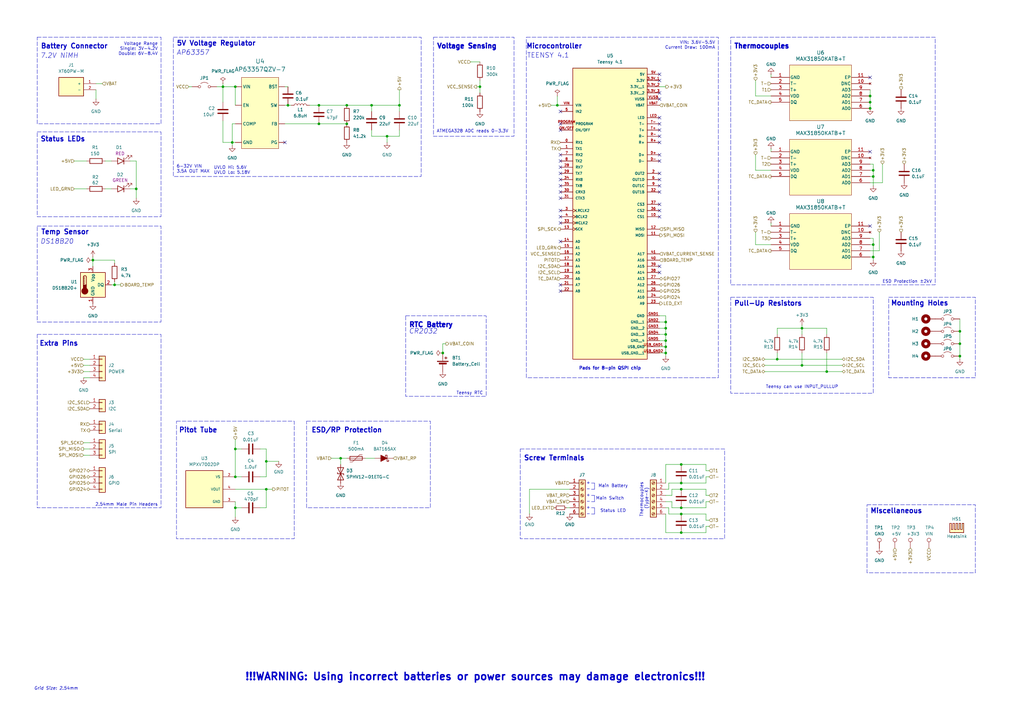
<source format=kicad_sch>
(kicad_sch (version 20231120) (generator "eeschema") (generator_version "8.0")
  (paper "A3")
  (title_block (title "VULCAN") (date "5/6/2024") (rev "0") (comment 4 "Luca Beretta"))
  (junction (at 279.4 198.12))
  (junction (at 279.4 208.28))
  (junction (at 279.4 218.44))
  (junction (at 130.81 50.8))
  (junction (at 38.1 106.68))
  (junction (at 163.83 43.18))
  (junction (at 109.22 200.66))
  (junction (at 46.99 116.84))
  (junction (at 273.05 144.78))
  (junction (at 339.09 152.4))
  (junction (at 318.77 147.32))
  (junction (at 279.4 190.5))
  (junction (at 139.7 187.96))
  (junction (at 328.93 149.86))
  (junction (at 158.75 55.88))
  (junction (at 91.44 35.56))
  (junction (at 279.4 200.66))
  (junction (at 358.14 100.33))
  (junction (at 358.14 69.85))
  (junction (at 142.24 50.8))
  (junction (at 96.52 208.28))
  (junction (at 356.87 44.45))
  (junction (at 142.24 43.18))
  (junction (at 55.88 77.47))
  (junction (at 358.14 72.39))
  (junction (at 118.11 43.18))
  (junction (at 130.81 43.18))
  (junction (at 96.52 195.58))
  (junction (at 228.6 43.18))
  (junction (at 356.87 41.91))
  (junction (at 96.52 35.56))
  (junction (at 356.87 39.37))
  (junction (at 95.25 58.42))
  (junction (at 273.05 139.7))
  (junction (at 393.7 146.05))
  (junction (at 273.05 137.16))
  (junction (at 358.14 105.41))
  (junction (at 109.22 189.23))
  (junction (at 196.85 35.56))
  (junction (at 181.61 144.78))
  (junction (at 393.7 140.97))
  (junction (at 273.05 132.08))
  (junction (at 393.7 135.89))
  (junction (at 273.05 134.62))
  (junction (at 328.93 134.62))
  (junction (at 96.52 184.15))
  (junction (at 273.05 142.24))
  (junction (at 279.4 210.82))
  (junction (at 152.4 43.18))
  (no_connect (at 229.87 53.34))
  (no_connect (at 270.51 30.48))
  (no_connect (at 270.51 40.64))
  (no_connect (at 270.51 78.74))
  (no_connect (at 270.51 86.36))
  (no_connect (at 229.87 88.9))
  (no_connect (at 229.87 99.06))
  (no_connect (at 229.87 50.8))
  (no_connect (at 229.87 73.66))
  (no_connect (at 270.51 53.34))
  (no_connect (at 356.87 31.75))
  (no_connect (at 229.87 68.58))
  (no_connect (at 229.87 81.28))
  (no_connect (at 356.87 92.71))
  (no_connect (at 270.51 111.76))
  (no_connect (at 229.87 66.04))
  (no_connect (at 229.87 63.5))
  (no_connect (at 270.51 109.22))
  (no_connect (at 270.51 33.02))
  (no_connect (at 116.84 58.42))
  (no_connect (at 270.51 55.88))
  (no_connect (at 229.87 76.2))
  (no_connect (at 229.87 78.74))
  (no_connect (at 229.87 45.72))
  (no_connect (at 270.51 88.9))
  (no_connect (at 270.51 58.42))
  (no_connect (at 270.51 50.8))
  (no_connect (at 356.87 62.23))
  (no_connect (at 270.51 48.26))
  (no_connect (at 229.87 119.38))
  (no_connect (at 270.51 38.1))
  (no_connect (at 270.51 76.2))
  (no_connect (at 270.51 73.66))
  (no_connect (at 270.51 66.04))
  (no_connect (at 270.51 83.82))
  (no_connect (at 229.87 71.12))
  (no_connect (at 270.51 63.5))
  (no_connect (at 229.87 116.84))
  (no_connect (at 270.51 71.12))
  (no_connect (at 229.87 86.36))
  (no_connect (at 229.87 91.44))
  (wire (pts (xy 77.47 35.56) (xy 78.74 35.56)))
  (wire (pts (xy 356.87 97.79) (xy 358.14 97.79)))
  (wire (pts (xy 274.32 210.82) (xy 279.4 210.82)))
  (wire (pts (xy 43.18 77.47) (xy 45.72 77.47)))
  (wire (pts (xy 356.87 100.33) (xy 358.14 100.33)))
  (polyline (pts (xy 243.84 198.12) (xy 243.84 200.66)))
  (wire (pts (xy 226.06 43.18) (xy 228.6 43.18)))
  (wire (pts (xy 53.34 77.47) (xy 55.88 77.47)))
  (wire (pts (xy 130.81 43.18) (xy 142.24 43.18)))
  (wire (pts (xy 34.29 186.69) (xy 36.83 186.69)))
  (wire (pts (xy 318.77 144.78) (xy 318.77 147.32)))
  (wire (pts (xy 38.1 105.41) (xy 38.1 106.68)))
  (wire (pts (xy 91.44 58.42) (xy 95.25 58.42)))
  (wire (pts (xy 34.29 152.4) (xy 36.83 152.4)))
  (wire (pts (xy 273.05 129.54) (xy 273.05 132.08)))
  (wire (pts (xy 34.29 181.61) (xy 36.83 181.61)))
  (wire (pts (xy 289.56 210.82) (xy 279.4 210.82)))
  (wire (pts (xy 270.51 137.16) (xy 273.05 137.16)))
  (wire (pts (xy 309.88 33.02) (xy 309.88 39.37)))
  (wire (pts (xy 163.83 55.88) (xy 158.75 55.88)))
  (wire (pts (xy 116.84 43.18) (xy 118.11 43.18)))
  (wire (pts (xy 273.05 137.16) (xy 273.05 139.7)))
  (wire (pts (xy 318.77 134.62) (xy 328.93 134.62)))
  (wire (pts (xy 356.87 67.31) (xy 358.14 67.31)))
  (wire (pts (xy 356.87 105.41) (xy 358.14 105.41)))
  (wire (pts (xy 193.04 25.4) (xy 196.85 25.4)))
  (wire (pts (xy 99.06 208.28) (xy 96.52 208.28)))
  (wire (pts (xy 152.4 55.88) (xy 152.4 53.34)))
  (wire (pts (xy 309.88 95.25) (xy 309.88 100.33)))
  (wire (pts (xy 55.88 66.04) (xy 55.88 77.47)))
  (wire (pts (xy 316.23 60.96) (xy 316.23 62.23)))
  (wire (pts (xy 34.29 147.32) (xy 36.83 147.32)))
  (polyline (pts (xy 242.57 210.82) (xy 243.84 210.82)))
  (wire (pts (xy 289.56 203.2) (xy 289.56 200.66)))
  (wire (pts (xy 328.93 144.78) (xy 328.93 149.86)))
  (wire (pts (xy 116.84 35.56) (xy 118.11 35.56)))
  (wire (pts (xy 130.81 50.8) (xy 142.24 50.8)))
  (wire (pts (xy 273.05 218.44) (xy 279.4 218.44)))
  (wire (pts (xy 158.75 55.88) (xy 152.4 55.88)))
  (wire (pts (xy 270.51 129.54) (xy 273.05 129.54)))
  (wire (pts (xy 38.1 106.68) (xy 38.1 109.22)))
  (wire (pts (xy 289.56 208.28) (xy 279.4 208.28)))
  (wire (pts (xy 270.51 142.24) (xy 273.05 142.24)))
  (wire (pts (xy 273.05 132.08) (xy 273.05 134.62)))
  (polyline (pts (xy 242.57 205.74) (xy 243.84 205.74)))
  (wire (pts (xy 316.23 91.44) (xy 316.23 92.71)))
  (wire (pts (xy 34.29 154.94) (xy 36.83 154.94)))
  (wire (pts (xy 181.61 140.97) (xy 181.61 144.78)))
  (wire (pts (xy 273.05 218.44) (xy 273.05 210.82)))
  (wire (pts (xy 91.44 49.53) (xy 91.44 58.42)))
  (wire (pts (xy 158.75 58.42) (xy 158.75 55.88)))
  (wire (pts (xy 182.88 140.97) (xy 181.61 140.97)))
  (wire (pts (xy 53.34 66.04) (xy 55.88 66.04)))
  (wire (pts (xy 273.05 146.05) (xy 273.05 144.78)))
  (wire (pts (xy 289.56 195.58) (xy 289.56 198.12)))
  (wire (pts (xy 106.68 184.15) (xy 109.22 184.15)))
  (wire (pts (xy 290.83 205.74) (xy 289.56 205.74)))
  (wire (pts (xy 273.05 142.24) (xy 273.05 144.78)))
  (wire (pts (xy 109.22 189.23) (xy 114.3 189.23)))
  (polyline (pts (xy 243.84 203.2) (xy 243.84 205.74)))
  (wire (pts (xy 289.56 213.36) (xy 289.56 210.82)))
  (wire (pts (xy 339.09 144.78) (xy 339.09 152.4)))
  (wire (pts (xy 358.14 100.33) (xy 358.14 105.41)))
  (wire (pts (xy 289.56 198.12) (xy 279.4 198.12)))
  (wire (pts (xy 109.22 208.28) (xy 109.22 200.66)))
  (wire (pts (xy 393.7 140.97) (xy 393.7 146.05)))
  (wire (pts (xy 358.14 69.85) (xy 358.14 72.39)))
  (wire (pts (xy 96.52 200.66) (xy 109.22 200.66)))
  (wire (pts (xy 289.56 200.66) (xy 279.4 200.66)))
  (wire (pts (xy 109.22 208.28) (xy 106.68 208.28)))
  (wire (pts (xy 309.88 69.85) (xy 316.23 69.85)))
  (wire (pts (xy 91.44 35.56) (xy 96.52 35.56)))
  (wire (pts (xy 356.87 72.39) (xy 358.14 72.39)))
  (wire (pts (xy 274.32 198.12) (xy 279.4 198.12)))
  (wire (pts (xy 217.17 200.66) (xy 233.68 200.66)))
  (wire (pts (xy 96.52 50.8) (xy 95.25 50.8)))
  (wire (pts (xy 149.86 187.96) (xy 153.67 187.96)))
  (wire (pts (xy 275.59 200.66) (xy 279.4 200.66)))
  (wire (pts (xy 95.25 58.42) (xy 96.52 58.42)))
  (wire (pts (xy 356.87 36.83) (xy 356.87 39.37)))
  (wire (pts (xy 316.23 30.48) (xy 316.23 31.75)))
  (wire (pts (xy 39.37 34.29) (xy 41.91 34.29)))
  (wire (pts (xy 358.14 67.31) (xy 358.14 69.85)))
  (wire (pts (xy 309.88 39.37) (xy 316.23 39.37)))
  (wire (pts (xy 328.93 133.35) (xy 328.93 134.62)))
  (wire (pts (xy 30.48 77.47) (xy 35.56 77.47)))
  (wire (pts (xy 356.87 39.37) (xy 356.87 41.91)))
  (wire (pts (xy 328.93 134.62) (xy 339.09 134.62)))
  (wire (pts (xy 290.83 215.9) (xy 289.56 215.9)))
  (wire (pts (xy 142.24 43.18) (xy 152.4 43.18)))
  (wire (pts (xy 289.56 190.5) (xy 279.4 190.5)))
  (wire (pts (xy 273.05 134.62) (xy 273.05 137.16)))
  (wire (pts (xy 270.51 139.7) (xy 273.05 139.7)))
  (wire (pts (xy 358.14 97.79) (xy 358.14 100.33)))
  (wire (pts (xy 163.83 36.83) (xy 163.83 43.18)))
  (wire (pts (xy 96.52 208.28) (xy 96.52 212.09)))
  (wire (pts (xy 96.52 184.15) (xy 99.06 184.15)))
  (wire (pts (xy 30.48 66.04) (xy 35.56 66.04)))
  (wire (pts (xy 163.83 45.72) (xy 163.83 43.18)))
  (wire (pts (xy 116.84 50.8) (xy 130.81 50.8)))
  (wire (pts (xy 195.58 35.56) (xy 196.85 35.56)))
  (wire (pts (xy 273.05 35.56) (xy 270.51 35.56)))
  (wire (pts (xy 274.32 208.28) (xy 274.32 210.82)))
  (wire (pts (xy 109.22 200.66) (xy 111.76 200.66)))
  (wire (pts (xy 393.7 147.32) (xy 393.7 146.05)))
  (wire (pts (xy 139.7 187.96) (xy 142.24 187.96)))
  (wire (pts (xy 139.7 187.96) (xy 135.89 187.96)))
  (wire (pts (xy 339.09 137.16) (xy 339.09 134.62)))
  (wire (pts (xy 45.72 116.84) (xy 46.99 116.84)))
  (wire (pts (xy 274.32 198.12) (xy 274.32 200.66)))
  (wire (pts (xy 127 43.18) (xy 130.81 43.18)))
  (wire (pts (xy 361.95 67.31) (xy 361.95 74.93)))
  (wire (pts (xy 88.9 35.56) (xy 91.44 35.56)))
  (wire (pts (xy 313.69 149.86) (xy 328.93 149.86)))
  (wire (pts (xy 46.99 115.57) (xy 46.99 116.84)))
  (wire (pts (xy 313.69 147.32) (xy 318.77 147.32)))
  (wire (pts (xy 393.7 135.89) (xy 393.7 140.97)))
  (wire (pts (xy 43.18 66.04) (xy 45.72 66.04)))
  (wire (pts (xy 96.52 43.18) (xy 96.52 35.56)))
  (wire (pts (xy 313.69 152.4) (xy 339.09 152.4)))
  (wire (pts (xy 290.83 203.2) (xy 289.56 203.2)))
  (wire (pts (xy 46.99 107.95) (xy 46.99 106.68)))
  (wire (pts (xy 358.14 72.39) (xy 358.14 76.2)))
  (wire (pts (xy 96.52 205.74) (xy 96.52 208.28)))
  (wire (pts (xy 274.32 200.66) (xy 273.05 200.66)))
  (wire (pts (xy 289.56 205.74) (xy 289.56 208.28)))
  (wire (pts (xy 96.52 184.15) (xy 96.52 195.58)))
  (wire (pts (xy 290.83 213.36) (xy 289.56 213.36)))
  (wire (pts (xy 275.59 205.74) (xy 273.05 205.74)))
  (wire (pts (xy 273.05 144.78) (xy 270.51 144.78)))
  (wire (pts (xy 275.59 205.74) (xy 275.59 208.28)))
  (wire (pts (xy 289.56 218.44) (xy 279.4 218.44)))
  (wire (pts (xy 309.88 63.5) (xy 309.88 69.85)))
  (wire (pts (xy 328.93 149.86) (xy 345.44 149.86)))
  (wire (pts (xy 152.4 43.18) (xy 163.83 43.18)))
  (wire (pts (xy 152.4 45.72) (xy 152.4 43.18)))
  (wire (pts (xy 270.51 134.62) (xy 273.05 134.62)))
  (polyline (pts (xy 242.57 208.28) (xy 243.84 208.28)))
  (wire (pts (xy 360.68 102.87) (xy 356.87 102.87)))
  (wire (pts (xy 95.25 50.8) (xy 95.25 58.42)))
  (wire (pts (xy 309.88 100.33) (xy 316.23 100.33)))
  (wire (pts (xy 196.85 35.56) (xy 196.85 38.1)))
  (wire (pts (xy 228.6 43.18) (xy 229.87 43.18)))
  (wire (pts (xy 139.7 187.96) (xy 139.7 190.5)))
  (wire (pts (xy 163.83 53.34) (xy 163.83 55.88)))
  (wire (pts (xy 38.1 106.68) (xy 46.99 106.68)))
  (wire (pts (xy 275.59 208.28) (xy 279.4 208.28)))
  (wire (pts (xy 270.51 132.08) (xy 273.05 132.08)))
  (wire (pts (xy 289.56 193.04) (xy 289.56 190.5)))
  (wire (pts (xy 34.29 149.86) (xy 36.83 149.86)))
  (wire (pts (xy 339.09 152.4) (xy 345.44 152.4)))
  (wire (pts (xy 273.05 208.28) (xy 274.32 208.28)))
  (wire (pts (xy 356.87 69.85) (xy 358.14 69.85)))
  (wire (pts (xy 99.06 195.58) (xy 96.52 195.58)))
  (wire (pts (xy 109.22 189.23) (xy 109.22 195.58)))
  (wire (pts (xy 196.85 33.02) (xy 196.85 35.56)))
  (wire (pts (xy 361.95 74.93) (xy 356.87 74.93)))
  (wire (pts (xy 232.41 208.28) (xy 233.68 208.28)))
  (wire (pts (xy 109.22 184.15) (xy 109.22 189.23)))
  (wire (pts (xy 118.11 43.18) (xy 119.38 43.18)))
  (wire (pts (xy 318.77 147.32) (xy 345.44 147.32)))
  (wire (pts (xy 290.83 193.04) (xy 289.56 193.04)))
  (wire (pts (xy 217.17 210.82) (xy 217.17 200.66)))
  (wire (pts (xy 96.52 180.34) (xy 96.52 184.15)))
  (polyline (pts (xy 243.84 208.28) (xy 243.84 210.82)))
  (wire (pts (xy 91.44 34.29) (xy 91.44 35.56)))
  (wire (pts (xy 393.7 130.81) (xy 393.7 135.89)))
  (wire (pts (xy 273.05 190.5) (xy 273.05 198.12)))
  (wire (pts (xy 273.05 190.5) (xy 279.4 190.5)))
  (wire (pts (xy 275.59 200.66) (xy 275.59 203.2)))
  (wire (pts (xy 273.05 139.7) (xy 273.05 142.24)))
  (polyline (pts (xy 242.57 203.2) (xy 243.84 203.2)))
  (polyline (pts (xy 242.57 200.66) (xy 243.84 200.66)))
  (wire (pts (xy 109.22 195.58) (xy 106.68 195.58)))
  (wire (pts (xy 55.88 81.28) (xy 55.88 77.47)))
  (wire (pts (xy 39.37 36.83) (xy 39.37 40.64)))
  (wire (pts (xy 95.25 59.69) (xy 95.25 58.42)))
  (wire (pts (xy 328.93 134.62) (xy 328.93 137.16)))
  (wire (pts (xy 228.6 39.37) (xy 228.6 43.18)))
  (wire (pts (xy 273.05 203.2) (xy 275.59 203.2)))
  (wire (pts (xy 290.83 195.58) (xy 289.56 195.58)))
  (wire (pts (xy 34.29 184.15) (xy 36.83 184.15)))
  (wire (pts (xy 289.56 215.9) (xy 289.56 218.44)))
  (wire (pts (xy 356.87 41.91) (xy 356.87 44.45)))
  (polyline (pts (xy 242.57 198.12) (xy 243.84 198.12)))
  (wire (pts (xy 91.44 41.91) (xy 91.44 35.56)))
  (wire (pts (xy 360.68 95.25) (xy 360.68 102.87)))
  (wire (pts (xy 46.99 116.84) (xy 49.53 116.84)))
  (wire (pts (xy 358.14 105.41) (xy 358.14 106.68)))
  (wire (pts (xy 318.77 137.16) (xy 318.77 134.62)))
  (rectangle (start 299.72 121.92) (end 358.14 161.29) (stroke (width 0) (type dash)))
  (rectangle (start 15.24 54.102) (end 66.04 88.9) (stroke (width 0) (type dash)))
  (rectangle (start 166.37 129.54) (end 199.39 162.56) (stroke (width 0) (type dash)))
  (rectangle (start 71.12 15.24) (end 172.72 72.39) (stroke (width 0) (type dash)))
  (rectangle (start 213.36 184.15) (end 297.18 220.98) (stroke (width 0) (type dash)))
  (rectangle (start 72.39 172.72) (end 120.65 220.98) (stroke (width 0) (type dash)))
  (rectangle (start 364.49 121.92) (end 400.05 154.94) (stroke (width 0) (type dash)))
  (rectangle (start 15.24 137.16) (end 66.04 208.28) (stroke (width 0) (type dash)))
  (rectangle (start 177.8 15.24) (end 210.82 55.88) (stroke (width 0) (type dash)))
  (rectangle (start 15.24 15.24) (end 66.04 50.8) (stroke (width 0) (type dash)))
  (rectangle (start 15.24 92.71) (end 66.04 132.08) (stroke (width 0) (type dash)))
  (rectangle (start 215.9 15.24) (end 294.64 154.94) (stroke (width 0) (type dash)))
  (rectangle (start 299.72 15.24) (end 383.54 116.84) (stroke (width 0) (type dash)))
  (rectangle (start 125.73 172.72) (end 176.53 208.28) (stroke (width 0) (type dash)))
  (rectangle (start 355.6 207.01) (end 400.05 234.95) (stroke (width 0) (type dash)))
  (text "Temp Sensor\n" (at 26.67 95.25 0) (effects (font (size 2 2) (bold yes))))
  (text "RTC Battery" (at 167.64 133.35 0) (effects (font (size 2 2) (thickness 0.8) (bold yes)) (justify left)))
  (text "-" (at 241.3 210.82 0) (effects (font (size 1.27 1.27))))
  (text "Status LED" (at 251.46 209.55 0) (effects (font (size 1.27 1.27))))
  (text "Microcontroller" (at 227.33 19.05 0) (effects (font (size 2 2) (thickness 0.4) (bold yes))))
  (text "TEENSY 4.1" (at 224.79 22.86 0) (effects (font (size 2 2))))
  (text "Screw Terminals\n" (at 227.33 187.96 0) (effects (font (size 2 2) (bold yes))))
  (text "Pull-Up Resistors" (at 300.99 125.73 0) (effects (font (size 2 2) (thickness 0.4) (bold yes)) (justify left bottom)))
  (text "+" (at 241.3 198.12 0) (effects (font (size 1.27 1.27))))
  (text "7.2V NiMH" (at 16.51 24.13 0) (effects (font (size 2 2) (italic yes)) (justify left bottom)))
  (text "Teensy can use INPUT_PULLUP" (at 328.93 158.75 0) (effects (font (size 1.27 1.27))))
  (text "-" (at 241.3 205.74 0) (effects (font (size 1.27 1.27))))
  (text "UVLO Hi: 5.6V\nUVLO Lo: 5.18V" (at 87.63 69.85 0) (effects (font (size 1.27 1.27)) (justify left)))
  (text "Status LEDs" (at 16.51 57.15 0) (effects (font (size 2 2) (bold yes)) (justify left)))
  (text "Thermocouples \n(Type-K)" (at 264.16 204.47 90) (effects (font (size 1.27 1.27))))
  (text "Mounting Holes" (at 377.19 124.46 0) (effects (font (size 2 2) (bold yes))))
  (text "Voltage Range\nSingle: 3V-4.2V\nDouble: 6V-8.4V" (at 64.77 22.86 0) (effects (font (size 1.27 1.27)) (justify right bottom)))
  (text "Thermocouples" (at 312.42 19.05 0) (effects (font (size 2 2) (thickness 0.8) (bold yes))))
  (text "DS18B20\n" (at 16.51 100.33 0) (effects (font (size 2 2) (italic yes)) (justify left bottom)))
  (text "Pitot Tube" (at 81.28 176.53 0) (effects (font (size 2 2) (bold yes))))
  (text "Teensy RTC" (at 198.12 161.29 0) (effects (font (size 1.27 1.27)) (justify right)))
  (text "Battery Connector" (at 30.48 19.05 0) (effects (font (size 2 2) (bold yes))))
  (text "Grid Size: 2.54mm" (at 13.97 283.21 0) (effects (font (size 1.27 1.27) (italic yes)) (justify left bottom)))
  (text "Main Battery" (at 251.46 199.39 0) (effects (font (size 1.27 1.27))))
  (text "-" (at 241.3 200.66 0) (effects (font (size 1.27 1.27))))
  (text "CR2032\n" (at 167.64 137.16 0) (effects (font (size 2 2) (italic yes)) (justify left bottom)))
  (text "Pads for 8-pin QSPI chip" (at 250.19 151.13 0) (effects (font (size 1.27 1.27) (bold yes))))
  (text "Main Switch\n" (at 250.19 204.47 0) (effects (font (size 1.27 1.27))))
  (text "6-32V VIN\n3.5A OUT MAX" (at 72.39 71.12 0) (effects (font (size 1.27 1.27)) (justify left bottom)))
  (text "Miscellaneous" (at 356.87 210.82 0) (effects (font (size 2 2) (thickness 0.4) (bold yes)) (justify left bottom)))
  (text "Extra Pins" (at 24.13 140.97 0) (effects (font (size 2 2) (bold yes))))
  (text "AP63357\n" (at 72.39 22.86 0) (effects (font (size 2 2) (italic yes)) (justify left bottom)))
  (text "ESD Protection ±2kV" (at 372.11 115.57 0) (effects (font (size 1.27 1.27))))
  (text "2.54mm Male Pin Headers" (at 64.77 207.01 0) (effects (font (size 1.27 1.27)) (justify right)))
  (text "ATMEGA328 ADC reads 0-3.3V" (at 179.07 54.61 0) (effects (font (size 1.27 1.27)) (justify left bottom)))
  (text "Voltage Sensing\n" (at 179.07 19.05 0) (effects (font (size 2 2) (thickness 0.8) (bold yes)) (justify left)))
  (text "VIN: 3.6V-5.5V\nCurrent Draw: 100mA" (at 293.37 20.32 0) (effects (font (size 1.27 1.27)) (justify right bottom)))
  (text "5V Voltage Regulator" (at 72.39 19.05 0) (effects (font (size 2 2) (thickness 0.4) (bold yes)) (justify left bottom)))
  (text "+" (at 241.3 208.28 0) (effects (font (size 1.27 1.27))))
  (text "!!!WARNING: Using incorrect batteries or power sources may damage electronics!!!" (at 100.33 279.4 0) (effects (font (size 3 3) (thickness 0.6) (bold yes)) (justify left bottom)))
  (text "+" (at 241.3 203.2 0) (effects (font (size 1.27 1.27))))
  (text "ESD/RP Protection" (at 142.24 176.53 0) (effects (font (size 2 2) (bold yes))))
  (hierarchical_label "+5V" (shape input) (at 30.48 66.04 180))
  (hierarchical_label "VBAT_COIN" (shape output) (at 182.88 140.97 0))
  (hierarchical_label "+5V" (shape output) (at 163.83 36.83 90))
  (hierarchical_label "LED_EXT" (shape output) (at 270.51 124.46 0))
  (hierarchical_label "T-" (shape input) (at 316.23 64.77 180))
  (hierarchical_label "VBAT" (shape input) (at 135.89 187.96 180))
  (hierarchical_label "T1" (shape input) (at 316.23 36.83 180))
  (hierarchical_label "I2C_SDA" (shape bidirectional) (at 313.69 147.32 180))
  (hierarchical_label "T2" (shape input) (at 290.83 203.2 0))
  (hierarchical_label "SPI_MISO" (shape output) (at 34.29 184.15 180))
  (hierarchical_label "VBAT_RP" (shape input) (at 233.68 203.2 180))
  (hierarchical_label "T2" (shape input) (at 316.23 67.31 180))
  (hierarchical_label "TC_DATA" (shape bidirectional) (at 313.69 152.4 180))
  (hierarchical_label "+3V3" (shape input) (at 309.88 33.02 90))
  (hierarchical_label "GPIO26" (shape bidirectional) (at 36.83 195.58 180))
  (hierarchical_label "BOARD_TEMP" (shape input) (at 270.51 106.68 0))
  (hierarchical_label "I2C_SCL" (shape bidirectional) (at 313.69 149.86 180))
  (hierarchical_label "+3V3" (shape input) (at 309.88 63.5 90))
  (hierarchical_label "+3V3" (shape input) (at 360.68 95.25 90))
  (hierarchical_label "T-" (shape input) (at 290.83 205.74 0))
  (hierarchical_label "T-" (shape input) (at 316.23 95.25 180))
  (hierarchical_label "SPI_SCK" (shape input) (at 34.29 181.61 180))
  (hierarchical_label "+3V3" (shape input) (at 34.29 152.4 180))
  (hierarchical_label "I2C_SCL" (shape input) (at 229.87 111.76 180))
  (hierarchical_label "T-" (shape input) (at 316.23 34.29 180))
  (hierarchical_label "+3V3" (shape input) (at 361.95 67.31 90))
  (hierarchical_label "TC_DATA" (shape output) (at 316.23 41.91 180))
  (hierarchical_label "VBAT" (shape input) (at 233.68 198.12 180))
  (hierarchical_label "LED_EXT" (shape input) (at 227.33 208.28 180))
  (hierarchical_label "T3" (shape input) (at 316.23 97.79 180))
  (hierarchical_label "LED_GRN" (shape output) (at 229.87 101.6 180))
  (hierarchical_label "+3V3" (shape input) (at 370.84 67.31 90))
  (hierarchical_label "SPI_SCK" (shape output) (at 229.87 93.98 180))
  (hierarchical_label "+3V3" (shape input) (at 369.57 36.83 90))
  (hierarchical_label "TC_DATA" (shape input) (at 229.87 114.3 180))
  (hierarchical_label "SPI_MOSI" (shape output) (at 270.51 96.52 0))
  (hierarchical_label "I2C_SDA" (shape bidirectional) (at 345.44 147.32 0))
  (hierarchical_label "VBAT" (shape input) (at 41.91 34.29 0))
  (hierarchical_label "SPI_MISO" (shape input) (at 270.51 93.98 0))
  (hierarchical_label "GPIO24" (shape bidirectional) (at 270.51 121.92 0))
  (hierarchical_label "+3V3" (shape input) (at 369.57 95.25 90))
  (hierarchical_label "T1" (shape input) (at 290.83 193.04 0))
  (hierarchical_label "GPIO27" (shape bidirectional) (at 36.83 193.04 180))
  (hierarchical_label "VBAT_SW" (shape input) (at 233.68 205.74 180))
  (hierarchical_label "GPIO25" (shape bidirectional) (at 270.51 119.38 0))
  (hierarchical_label "GPIO26" (shape bidirectional) (at 270.51 116.84 0))
  (hierarchical_label "VCC" (shape input) (at 77.47 35.56 180))
  (hierarchical_label "GPIO24" (shape bidirectional) (at 36.83 200.66 180))
  (hierarchical_label "I2C_SDA" (shape input) (at 229.87 109.22 180))
  (hierarchical_label "PITOT" (shape output) (at 111.76 200.66 0))
  (hierarchical_label "VCC" (shape input) (at 34.29 147.32 180))
  (hierarchical_label "TC_DATA" (shape bidirectional) (at 345.44 152.4 0))
  (hierarchical_label "RX" (shape input) (at 229.87 58.42 180))
  (hierarchical_label "VCC_SENSE" (shape input) (at 229.87 104.14 180))
  (hierarchical_label "VBAT_CURRENT_SENSE" (shape input) (at 270.51 104.14 0))
  (hierarchical_label "GPIO25" (shape bidirectional) (at 36.83 198.12 180))
  (hierarchical_label "VBAT_COIN" (shape input) (at 270.51 43.18 0))
  (hierarchical_label "BOARD_TEMP" (shape output) (at 49.53 116.84 0))
  (hierarchical_label "PITOT" (shape input) (at 229.87 106.68 180))
  (hierarchical_label "+3V3" (shape output) (at 273.05 35.56 0))
  (hierarchical_label "VBAT_RP" (shape input) (at 161.29 187.96 0))
  (hierarchical_label "+5V" (shape input) (at 367.03 224.79 270))
  (hierarchical_label "VCC" (shape input) (at 381 224.79 270))
  (hierarchical_label "T3" (shape input) (at 290.83 213.36 0))
  (hierarchical_label "I2C_SCL" (shape input) (at 36.83 165.1 180))
  (hierarchical_label "RX" (shape input) (at 36.83 173.99 180))
  (hierarchical_label "SPI_MOSI" (shape input) (at 34.29 186.69 180))
  (hierarchical_label "GPIO27" (shape bidirectional) (at 270.51 114.3 0))
  (hierarchical_label "VCC_SENSE" (shape output) (at 195.58 35.56 180))
  (hierarchical_label "TC_DATA" (shape output) (at 316.23 72.39 180))
  (hierarchical_label "+3V3" (shape input) (at 373.38 224.79 270))
  (hierarchical_label "T-" (shape input) (at 290.83 195.58 0))
  (hierarchical_label "T-" (shape input) (at 290.83 215.9 0))
  (hierarchical_label "+5V" (shape input) (at 34.29 149.86 180))
  (hierarchical_label "+3V3" (shape input) (at 309.88 95.25 90))
  (hierarchical_label "LED_GRN" (shape input) (at 30.48 77.47 180))
  (hierarchical_label "TC_DATA" (shape output) (at 316.23 102.87 180))
  (hierarchical_label "+5V" (shape input) (at 96.52 180.34 90))
  (hierarchical_label "+5V" (shape input) (at 226.06 43.18 180))
  (hierarchical_label "TX" (shape output) (at 229.87 60.96 180))
  (hierarchical_label "TX" (shape output) (at 36.83 176.53 180))
  (hierarchical_label "VCC" (shape input) (at 193.04 25.4 180))
  (hierarchical_label "I2C_SCL" (shape bidirectional) (at 345.44 149.86 0))
  (hierarchical_label "I2C_SDA" (shape input) (at 36.83 167.64 180))
  (symbol (lib_id "Device:C") (at 369.57 99.06 0) (unit 1)
    (property "Reference" "C15" (at 372.618 97.79 0) (effects (justify left)))
    (property "Value" "0.1uF" (at 372.618 100.33 0) (effects (justify left)))
    (property "Footprint" "Capacitor_SMD:C_0805_2012Metric_Pad1.18x1.45mm_HandSolder" (effects (hide yes)))
    (property "Description" "Unpolarized capacitor" (effects (hide yes)))
    (property "Distributor" "DigiKey" (effects (hide yes)))
    (property "MPN" "CC0805JRX7R9BB104" (effects (hide yes)))
  )
  (symbol (lib_id "power:GND") (at 369.57 44.45 0) (unit 1)
    (property "Reference" "#PWR031" (effects (hide yes)))
    (property "Value" "GND" (at 369.57 49.53 0))
    (property "Description" "Power symbol creates a global label with name \"GND\" , ground" (effects (hide yes)))
  )
  (symbol (lib_id "power:GND") (at 142.24 58.42 0) (unit 1)
    (property "Reference" "#PWR016" (effects (hide yes)))
    (property "Value" "GND" (at 142.24 63.5 0))
    (property "Description" "Power symbol creates a global label with name \"GND\" , ground" (effects (hide yes)))
  )
  (symbol (lib_id "power:GND") (at 196.85 45.72 0) (unit 1)
    (property "Reference" "#PWR019" (effects (hide yes)))
    (property "Value" "GND" (at 196.85 50.8 0))
    (property "Description" "Power symbol creates a global label with name \"GND\" , ground" (effects (hide yes)))
  )
  (symbol (lib_id "Device:C") (at 118.11 39.37 0) (unit 1)
    (property "Reference" "C6" (at 121.158 38.1 0) (effects (justify left)))
    (property "Value" "0.1uF" (at 121.158 40.64 0) (effects (justify left)))
    (property "Footprint" "Capacitor_SMD:C_0805_2012Metric_Pad1.18x1.45mm_HandSolder" (effects (hide yes)))
    (property "Description" "Unpolarized capacitor" (effects (hide yes)))
    (property "Distributor" "DigiKey" (effects (hide yes)))
    (property "MPN" "CC0805JRX7R9BB104" (effects (hide yes)))
  )
  (symbol (lib_id "CustomComponents:AP63357_(SparkFun_Buck_Regulator_5V)") (at 111.76 53.34 0) (unit 1)
    (property "Reference" "U4" (at 106.68 25.146 0) (effects (font (size 1.778 1.778))))
    (property "Value" "AP63357QZV-7" (at 106.68 28.448 0) (effects (font (size 1.778 1.778))))
    (property "Footprint" "CustomFootprintLib:AP63356 (V-DFN3020-13)" (effects (hide yes)))
    (property "Datasheet" "https://docs.sparkfun.com/SparkFun_Buck_Regulator_AP63357DV-7/component_documentation/AP63356-AP63357.pdf" (effects (hide yes)))
    (property "Purchase" "https://www.digikey.com/en/products/detail/diodes-incorporated/AP63357DV-7/10491496" (effects (hide yes)))
    (property "Distributor" "DigiKey" (effects (hide yes)))
    (property "MPN" "AP63357QZV-7" (effects (hide yes)))
  )
  (symbol (lib_id "power:PWR_FLAG") (at 38.1 106.68 90) (unit 1)
    (property "Reference" "#FLG01" (effects (hide yes)))
    (property "Value" "PWR_FLAG" (at 34.29 106.6799 90) (effects (justify left)))
    (property "Description" "Special symbol for telling ERC where power comes from" (effects (hide yes)))
  )
  (symbol (lib_id "Device:C") (at 279.4 194.31 0) (unit 1)
    (property "Reference" "C11" (at 282.448 193.04 0) (effects (justify left)))
    (property "Value" "0.01uF" (at 282.448 195.58 0) (effects (justify left)))
    (property "Footprint" "Capacitor_SMD:C_0805_2012Metric_Pad1.18x1.45mm_HandSolder" (effects (hide yes)))
    (property "Description" "Unpolarized capacitor" (effects (hide yes)))
    (property "Distributor" "DigiKey" (effects (hide yes)))
    (property "MPN" "CC0805JRX7R9BB103" (effects (hide yes)))
  )
  (symbol (lib_id "power:GND") (at 273.05 146.05 0) (unit 1)
    (property "Reference" "#PWR022" (effects (hide yes)))
    (property "Value" "GND" (at 273.05 151.13 0))
    (property "Description" "Power symbol creates a global label with name \"GND\" , ground" (effects (hide yes)))
  )
  (symbol (lib_id "Sensor_Temperature:DS18B20") (at 38.1 116.84 0) (unit 1)
    (property "Reference" "U1" (at 31.75 115.5699 0) (effects (justify right)))
    (property "Value" "DS18B20+" (at 31.75 118.1099 0) (effects (justify right)))
    (property "Footprint" "Package_TO_SOT_THT:TO-92_Inline" (effects (hide yes)))
    (property "Datasheet" "http://datasheets.maximintegrated.com/en/ds/DS18B20.pdf" (effects (hide yes)))
    (property "Description" "Programmable Resolution 1-Wire Digital Thermometer TO-92" (effects (hide yes)))
    (property "Purchase" "https://www.digikey.com/en/products/detail/umw/DS18B20/16705963" (effects (hide yes)))
    (property "Distributor" "DigiKey" (effects (hide yes)))
    (property "MPN" "DS18B20+" (effects (hide yes)))
  )
  (symbol (lib_id "power:PWR_FLAG") (at 228.6 39.37 0) (unit 1) (in_bom no)
    (property "Reference" "#FLG05" (effects (hide yes)))
    (property "Value" "PWR_FLAG" (at 228.6 34.29 0))
    (property "Description" "Special symbol for telling ERC where power comes from" (effects (hide yes)))
  )
  (symbol (lib_id "DEV-16771:DEV-16771") (at 250.19 78.74 0) (unit 1) (in_bom no)
    (property "Reference" "U5" (at 250.19 22.86 0))
    (property "Value" "Teensy 4.1" (at 250.19 25.4 0))
    (property "Footprint" "CustomFootprintLib:MODULE_DEV-16771" (effects (hide yes)))
    (property "MF" "SparkFun Electronics" (effects (hide yes)))
    (property "MAXIMUM_PACKAGE_HEIGHT" "4.07mm" (effects (hide yes)))
    (property "Package" "None" (effects (hide yes)))
    (property "Price" "None" (effects (hide yes)))
    (property "Check_prices" "https://www.snapeda.com/parts/DEV-16771/SparkFun+Electronics/view-part/?ref=eda" (effects (hide yes)))
    (property "STANDARD" "Manufacturer recommendations" (effects (hide yes)))
    (property "PARTREV" "4.1" (effects (hide yes)))
    (property "SnapEDA_Link" "https://www.snapeda.com/parts/DEV-16771/SparkFun+Electronics/view-part/?ref=snap" (effects (hide yes)))
    (property "MP" "DEV-16771" (effects (hide yes)))
    (property "Purchase-URL" "https://www.snapeda.com/api/url_track_click_mouser/?unipart_id=4833875&manufacturer=SparkFun Electronics&part_name=DEV-16771&search_term=None" (effects (hide yes)))
    (property "Description_1" "\nRT1062 Teensy 4.1 series ARM® Cortex®-M7 MPU Embedded Evaluation Board\n" (effects (hide yes)))
    (property "Availability" "In Stock" (effects (hide yes)))
    (property "MANUFACTURER" "SparkFun Electronics" (effects (hide yes)))
    (property "Purchase" "https://www.sparkfun.com/products/16996" (effects (hide yes)))
    (property "Distributor" "SparkFun" (effects (hide yes)))
    (property "MPN" "DEV-16996" (effects (hide yes)))
  )
  (symbol (lib_id "Connector:TestPoint") (at 381 224.79 0) (unit 1) (in_bom no)
    (property "Reference" "TP4" (at 379.476 216.408 0) (effects (justify left)))
    (property "Value" "VIN" (at 379.476 218.948 0) (effects (justify left)))
    (property "Footprint" "TestPoint:TestPoint_Pad_D1.0mm" (effects (hide yes)))
    (property "Description" "test point" (effects (hide yes)))
  )
  (symbol (lib_id "Device:R") (at 39.37 66.04 90) (unit 1)
    (property "Reference" "R1" (at 40.386 60.452 90) (effects (justify left)))
    (property "Value" "150" (at 40.894 62.992 90) (effects (justify left)))
    (property "Footprint" "Resistor_SMD:R_0805_2012Metric_Pad1.20x1.40mm_HandSolder" (effects (hide yes)))
    (property "Description" "Resistor" (effects (hide yes)))
    (property "Distributor" "DigiKey" (effects (hide yes)))
    (property "MPN" "RC0805FR-07150RL" (effects (hide yes)))
  )
  (symbol (lib_id "Mechanical:MountingHole_Pad") (at 381 130.81 90) (unit 1) (exclude_from_sim yes) (in_bom no)
    (property "Reference" "H1" (at 375.412 130.81 90))
    (property "Value" "MountingHole_Pad" (effects (hide yes)))
    (property "Footprint" "MountingHole:MountingHole_3.2mm_M3_Pad_Via" (effects (hide yes)))
    (property "Description" "Mounting Hole with connection" (effects (hide yes)))
  )
  (symbol (lib_id "power:GND") (at 95.25 59.69 0) (unit 1)
    (property "Reference" "#PWR09" (effects (hide yes)))
    (property "Value" "GND" (at 95.25 64.77 0))
    (property "Description" "Power symbol creates a global label with name \"GND\" , ground" (effects (hide yes)))
  )
  (symbol (lib_id "power:GND") (at 356.87 44.45 0) (unit 1)
    (property "Reference" "#PWR027" (effects (hide yes)))
    (property "Value" "GND" (at 356.87 49.53 0))
    (property "Description" "Power symbol creates a global label with name \"GND\" , ground" (effects (hide yes)))
  )
  (symbol (lib_id "power:GND") (at 358.14 76.2 0) (unit 1)
    (property "Reference" "#PWR028" (effects (hide yes)))
    (property "Value" "GND" (at 358.14 81.28 0))
    (property "Description" "Power symbol creates a global label with name \"GND\" , ground" (effects (hide yes)))
  )
  (symbol (lib_id "Device:C") (at 279.4 204.47 0) (unit 1)
    (property "Reference" "C12" (at 282.448 203.2 0) (effects (justify left)))
    (property "Value" "0.01uF" (at 282.448 205.74 0) (effects (justify left)))
    (property "Footprint" "Capacitor_SMD:C_0805_2012Metric_Pad1.18x1.45mm_HandSolder" (effects (hide yes)))
    (property "Description" "Unpolarized capacitor" (effects (hide yes)))
    (property "Distributor" "DigiKey" (effects (hide yes)))
    (property "MPN" "CC0805JRX7R9BB103" (effects (hide yes)))
  )
  (symbol (lib_id "Device:C") (at 279.4 214.63 0) (unit 1)
    (property "Reference" "C13" (at 282.448 213.36 0) (effects (justify left)))
    (property "Value" "0.01uF" (at 282.448 215.9 0) (effects (justify left)))
    (property "Footprint" "Capacitor_SMD:C_0805_2012Metric_Pad1.18x1.45mm_HandSolder" (effects (hide yes)))
    (property "Description" "Unpolarized capacitor" (effects (hide yes)))
    (property "Distributor" "DigiKey" (effects (hide yes)))
    (property "MPN" "CC0805JRX7R9BB103" (effects (hide yes)))
  )
  (symbol (lib_id "Device:R_Small") (at 229.87 208.28 90) (unit 1)
    (property "Reference" "R12" (at 229.87 210.566 90))
    (property "Value" "R" (effects (hide yes)))
    (property "Footprint" "Resistor_SMD:R_0805_2012Metric_Pad1.20x1.40mm_HandSolder" (effects (hide yes)))
    (property "Description" "Resistor, small symbol" (effects (hide yes)))
    (property "Distributor" "-" (effects (hide yes)))
    (property "MPN" "-" (effects (hide yes)))
  )
  (symbol (lib_id "power:GND") (at 316.23 91.44 180) (unit 1)
    (property "Reference" "#PWR025" (effects (hide yes)))
    (property "Value" "GND" (at 314.198 87.376 0) (effects (justify right)))
    (property "Description" "Power symbol creates a global label with name \"GND\" , ground" (effects (hide yes)))
  )
  (symbol (lib_id "Connector_Generic:Conn_01x04") (at 41.91 195.58 0) (unit 1)
    (property "Reference" "J6" (at 44.45 195.5799 0) (effects (justify left)))
    (property "Value" "GPIO" (at 44.45 198.1199 0) (effects (justify left)))
    (property "Footprint" "Connector_PinSocket_2.54mm:PinSocket_1x04_P2.54mm_Vertical" (effects (hide yes)))
    (property "Description" "Generic connector, single row, 01x04, script generated (kicad-library-utils/schlib/autogen/connector/)" (effects (hide yes)))
    (property "Distributor" "DigiKey" (effects (hide yes)))
    (property "MPN" "0901471104" (effects (hide yes)))
  )
  (symbol (lib_id "Device:R") (at 318.77 140.97 0) (unit 1)
    (property "Reference" "R13" (at 313.182 142.24 0) (effects (justify left)))
    (property "Value" "4.7k" (at 313.182 139.954 0) (effects (justify left)))
    (property "Footprint" "Resistor_SMD:R_0805_2012Metric_Pad1.20x1.40mm_HandSolder" (effects (hide yes)))
    (property "Description" "Resistor" (effects (hide yes)))
    (property "Distributor" "DigiKey" (effects (hide yes)))
    (property "MPN" "RC0805FR-074K7L" (effects (hide yes)))
  )
  (symbol (lib_id "Connector:Screw_Terminal_01x06") (at 238.76 203.2 0) (unit 1)
    (property "Reference" "J7" (at 238.76 194.818 0))
    (property "Value" "Screw_Terminal_01x06" (effects (hide yes)))
    (property "Footprint" "CustomFootprintLib:TERMBLOCK_OSTTE060104" (effects (hide yes)))
    (property "Description" "Generic screw terminal, single row, 01x06, script generated (kicad-library-utils/schlib/autogen/connector/)" (effects (hide yes)))
    (property "Purchase" "https://www.digikey.com/en/products/detail/on-shore-technology-inc/OSTTE060104/2351820?s=N4IgTCBcDaIPIGUAqSCiAGAbOgjOgLCALoC%2BQA" (effects (hide yes)))
    (property "Distributor" "DigiKey" (effects (hide yes)))
    (property "MPN" "  OSTTE060104" (effects (hide yes)))
  )
  (symbol (lib_id "Device:C") (at 102.87 195.58 90) (unit 1)
    (property "Reference" "C4" (at 102.87 188.976 90))
    (property "Value" "1.0uF" (at 102.87 191.516 90))
    (property "Footprint" "Capacitor_SMD:C_0805_2012Metric_Pad1.18x1.45mm_HandSolder" (effects (hide yes)))
    (property "Description" "Unpolarized capacitor" (effects (hide yes)))
    (property "Distributor" "DigiKey" (effects (hide yes)))
    (property "MPN" "  CC0805JKX7R9BB105" (effects (hide yes)))
  )
  (symbol (lib_id "power:GND") (at 316.23 60.96 180) (unit 1)
    (property "Reference" "#PWR024" (effects (hide yes)))
    (property "Value" "GND" (at 314.198 56.896 0) (effects (justify right)))
    (property "Description" "Power symbol creates a global label with name \"GND\" , ground" (effects (hide yes)))
  )
  (symbol (lib_id "Connector:TestPoint") (at 367.03 224.79 0) (unit 1) (in_bom no)
    (property "Reference" "TP2" (at 365.506 216.408 0) (effects (justify left)))
    (property "Value" "+5V" (at 365.506 218.948 0) (effects (justify left)))
    (property "Footprint" "TestPoint:TestPoint_Pad_D1.0mm" (effects (hide yes)))
    (property "Description" "test point" (effects (hide yes)))
  )
  (symbol (lib_id "power:GND") (at 96.52 212.09 0) (unit 1)
    (property "Reference" "#PWR010" (effects (hide yes)))
    (property "Value" "GND" (at 96.52 217.17 0))
    (property "Description" "Power symbol creates a global label with name \"GND\" , ground" (effects (hide yes)))
  )
  (symbol (lib_id "CustomComponents:MAX31850KATB+T") (at 316.23 31.75 0) (unit 1)
    (property "Reference" "U6" (at 336.55 21.59 0) (effects (font (size 1.524 1.524))))
    (property "Value" "MAX31850KATB+T" (at 336.55 24.13 0) (effects (font (size 1.524 1.524))))
    (property "Footprint" "CustomFootprintLib:SON50P300X400X80-11N" (effects (hide yes)))
    (property "Datasheet" "MAX31850KATB+T" (effects (hide yes)))
    (property "Purchase" "https://www.digikey.com/en/products/detail/analog-devices-inc-maxim-integrated/MAX31850KATB/3976056" (effects (hide yes)))
    (property "Distributor" "DigiKey" (effects (hide yes)))
    (property "MPN" "MAX31850KATB+T" (effects (hide yes)))
  )
  (symbol (lib_id "Device:C") (at 102.87 184.15 90) (unit 1)
    (property "Reference" "C3" (at 102.87 177.8 90))
    (property "Value" "0.01uF" (at 102.87 180.34 90))
    (property "Footprint" "Capacitor_SMD:C_0805_2012Metric_Pad1.18x1.45mm_HandSolder" (effects (hide yes)))
    (property "Description" "Unpolarized capacitor" (effects (hide yes)))
    (property "Distributor" "DigiKey" (effects (hide yes)))
    (property "MPN" "CC0805JRX7R9BB103" (effects (hide yes)))
  )
  (symbol (lib_id "Device:R") (at 196.85 41.91 0) (mirror y) (unit 1)
    (property "Reference" "R11" (at 194.31 40.6399 0) (effects (justify left)))
    (property "Value" "100k" (at 194.31 43.1799 0) (effects (justify left)))
    (property "Footprint" "Resistor_SMD:R_0805_2012Metric_Pad1.20x1.40mm_HandSolder" (effects (hide yes)))
    (property "Description" "Resistor" (effects (hide yes)))
    (property "Distributor" "DigiKey" (effects (hide yes)))
    (property "MPN" "RC0805FR-07100KL" (effects (hide yes)))
  )
  (symbol (lib_id "Jumper:Jumper_2_Open") (at 83.82 35.56 0) (unit 1) (exclude_from_sim yes) (in_bom no)
    (property "Reference" "JP1" (at 83.82 32.004 0))
    (property "Value" "Jumper_2_Open" (effects (hide yes)))
    (property "Footprint" "Jumper:SolderJumper-2_P1.3mm_Open_RoundedPad1.0x1.5mm" (effects (hide yes)))
    (property "Description" "Jumper, 2-pole, open" (effects (hide yes)))
  )
  (symbol (lib_id "Device:L") (at 123.19 43.18 90) (unit 1)
    (property "Reference" "L1" (at 123.19 44.958 90))
    (property "Value" "6.8uH" (at 123.19 47.498 90))
    (property "Footprint" "CustomFootprintLib:IND_SRN8040TA-6R8M" (effects (hide yes)))
    (property "Description" "Inductor" (effects (hide yes)))
    (property "Purchase" "https://www.digikey.com/en/products/detail/bourns-inc/SRN8040TA-6R8M/6155128?s=N4IgTCBcDaIMoCUByAOADAFjQFQIIFoA2BFAWRAF0BfIA" (effects (hide yes)))
    (property "Distributor" "DigiKey" (effects (hide yes)))
    (property "MPN" " SRN8040TA-6R8M" (effects (hide yes)))
  )
  (symbol (lib_id "power:GND") (at 360.68 224.79 0) (unit 1)
    (property "Reference" "#PWR030" (effects (hide yes)))
    (property "Value" "GND" (at 360.68 229.87 0))
    (property "Description" "Power symbol creates a global label with name \"GND\" , ground" (effects (hide yes)))
  )
  (symbol (lib_id "Connector_Generic:Conn_01x02") (at 41.91 165.1 0) (unit 1)
    (property "Reference" "J3" (at 44.45 165.0999 0) (effects (justify left)))
    (property "Value" "I2C" (at 44.45 167.6399 0) (effects (justify left)))
    (property "Footprint" "Connector_PinSocket_2.54mm:PinSocket_1x02_P2.54mm_Vertical" (effects (hide yes)))
    (property "Description" "Generic connector, single row, 01x02, script generated (kicad-library-utils/schlib/autogen/connector/)" (effects (hide yes)))
    (property "Distributor" "DigiKey" (effects (hide yes)))
    (property "MPN" "0901471102" (effects (hide yes)))
  )
  (symbol (lib_id "power:PWR_FLAG") (at 91.44 34.29 0) (unit 1)
    (property "Reference" "#FLG02" (effects (hide yes)))
    (property "Value" "PWR_FLAG" (at 91.44 29.21 0))
    (property "Description" "Special symbol for telling ERC where power comes from" (effects (hide yes)))
  )
  (symbol (lib_id "Connector:TestPoint") (at 373.38 224.79 0) (unit 1) (in_bom no)
    (property "Reference" "TP3" (at 371.856 216.408 0) (effects (justify left)))
    (property "Value" "+3V3" (at 371.856 218.948 0) (effects (justify left)))
    (property "Footprint" "TestPoint:TestPoint_Pad_D1.0mm" (effects (hide yes)))
    (property "Description" "test point" (effects (hide yes)))
  )
  (symbol (lib_id "CustomComponents:MAX31850KATB+T") (at 316.23 62.23 0) (unit 1)
    (property "Reference" "U7" (at 336.55 52.07 0) (effects (font (size 1.524 1.524))))
    (property "Value" "MAX31850KATB+T" (at 336.55 54.61 0) (effects (font (size 1.524 1.524))))
    (property "Footprint" "CustomFootprintLib:SON50P300X400X80-11N" (effects (hide yes)))
    (property "Datasheet" "MAX31850KATB+T" (effects (hide yes)))
    (property "Purchase" "https://www.digikey.com/en/products/detail/analog-devices-inc-maxim-integrated/MAX31850KATB/3976056" (effects (hide yes)))
    (property "Distributor" "DigiKey" (effects (hide yes)))
    (property "MPN" "MAX31850KATB+T" (effects (hide yes)))
  )
  (symbol (lib_id "Device:C") (at 163.83 49.53 0) (unit 1)
    (property "Reference" "C10" (at 167.132 48.26 0) (effects (justify left)))
    (property "Value" "22uF" (at 167.132 50.8 0) (effects (justify left)))
    (property "Footprint" "Capacitor_SMD:C_0805_2012Metric_Pad1.18x1.45mm_HandSolder" (effects (hide yes)))
    (property "Description" "Unpolarized capacitor" (effects (hide yes)))
    (property "Distributor" "DigiKey" (effects (hide yes)))
    (property "MPN" "CC0805MKX5R8BB226" (effects (hide yes)))
  )
  (symbol (lib_id "Device:R") (at 196.85 29.21 0) (unit 1)
    (property "Reference" "R10" (at 199.39 27.9399 0) (effects (justify left)))
    (property "Value" "300k" (at 199.39 30.4799 0) (effects (justify left)))
    (property "Footprint" "Resistor_SMD:R_0805_2012Metric_Pad1.20x1.40mm_HandSolder" (effects (hide yes)))
    (property "Description" "Resistor" (effects (hide yes)))
    (property "Distributor" "DigiKey" (effects (hide yes)))
    (property "MPN" "RC0805JR-07300KL" (effects (hide yes)))
  )
  (symbol (lib_id "Connector_Generic:Conn_01x02") (at 41.91 173.99 0) (unit 1)
    (property "Reference" "J4" (at 44.45 173.9899 0) (effects (justify left)))
    (property "Value" "Serial" (at 44.45 176.5299 0) (effects (justify left)))
    (property "Footprint" "Connector_PinSocket_2.54mm:PinSocket_1x02_P2.54mm_Vertical" (effects (hide yes)))
    (property "Description" "Generic connector, single row, 01x02, script generated (kicad-library-utils/schlib/autogen/connector/)" (effects (hide yes)))
    (property "Distributor" "DigiKey" (effects (hide yes)))
    (property "MPN" "0901471102" (effects (hide yes)))
  )
  (symbol (lib_id "power:GND") (at 316.23 30.48 180) (unit 1)
    (property "Reference" "#PWR023" (effects (hide yes)))
    (property "Value" "GND" (at 314.198 26.416 0) (effects (justify right)))
    (property "Description" "Power symbol creates a global label with name \"GND\" , ground" (effects (hide yes)))
  )
  (symbol (lib_id "power:GND") (at 38.1 124.46 0) (unit 1)
    (property "Reference" "#PWR03" (effects (hide yes)))
    (property "Value" "GND" (at 38.1 129.54 0))
    (property "Description" "Power symbol creates a global label with name \"GND\" , ground" (effects (hide yes)))
  )
  (symbol (lib_id "Connector_Generic:Conn_01x04") (at 41.91 149.86 0) (unit 1)
    (property "Reference" "J2" (at 44.45 149.8599 0) (effects (justify left)))
    (property "Value" "POWER" (at 44.45 152.3999 0) (effects (justify left)))
    (property "Footprint" "Connector_PinSocket_2.54mm:PinSocket_1x04_P2.54mm_Vertical" (effects (hide yes)))
    (property "Description" "Generic connector, single row, 01x04, script generated (kicad-library-utils/schlib/autogen/connector/)" (effects (hide yes)))
    (property "Distributor" "DigiKey" (effects (hide yes)))
    (property "MPN" "0901471104" (effects (hide yes)))
  )
  (symbol (lib_id "power:GND") (at 114.3 189.23 0) (unit 1)
    (property "Reference" "#PWR012" (effects (hide yes)))
    (property "Value" "GND" (at 114.3 193.548 0))
    (property "Description" "Power symbol creates a global label with name \"GND\" , ground" (effects (hide yes)))
  )
  (symbol (lib_id "power:GND") (at 139.7 198.12 0) (unit 1)
    (property "Reference" "#PWR015" (effects (hide yes)))
    (property "Value" "GND" (at 139.7 203.2 0))
    (property "Description" "Power symbol creates a global label with name \"GND\" , ground" (effects (hide yes)))
  )
  (symbol (lib_id "Device:C") (at 130.81 46.99 0) (unit 1)
    (property "Reference" "C7" (at 133.858 45.72 0) (effects (justify left)))
    (property "Value" "47pF" (at 133.858 48.26 0) (effects (justify left)))
    (property "Footprint" "Capacitor_SMD:C_0805_2012Metric_Pad1.18x1.45mm_HandSolder" (effects (hide yes)))
    (property "Description" "Unpolarized capacitor" (effects (hide yes)))
    (property "Distributor" "DigiKey" (effects (hide yes)))
    (property "MPN" "CC0805JRNPO9BN470" (effects (hide yes)))
  )
  (symbol (lib_id "power:+3V3") (at 328.93 133.35 0) (unit 1)
    (property "Reference" "#PWR026" (effects (hide yes)))
    (property "Value" "+3V3" (at 328.93 129.2169 0))
  )
  (symbol (lib_id "power:GND") (at 158.75 58.42 0) (unit 1)
    (property "Reference" "#PWR017" (effects (hide yes)))
    (property "Value" "GND" (at 158.75 63.5 0))
    (property "Description" "Power symbol creates a global label with name \"GND\" , ground" (effects (hide yes)))
  )
  (symbol (lib_id "Mechanical:MountingHole_Pad") (at 381 146.05 90) (unit 1) (exclude_from_sim yes) (in_bom no)
    (property "Reference" "H4" (at 375.412 146.05 90))
    (property "Value" "MountingHole_Pad" (effects (hide yes)))
    (property "Footprint" "MountingHole:MountingHole_3.2mm_M3_Pad_Via" (effects (hide yes)))
    (property "Description" "Mounting Hole with connection" (effects (hide yes)))
  )
  (symbol (lib_id "Device:C") (at 152.4 49.53 0) (unit 1)
    (property "Reference" "C9" (at 155.448 48.26 0) (effects (justify left)))
    (property "Value" "22uF" (at 155.448 50.8 0) (effects (justify left)))
    (property "Footprint" "Capacitor_SMD:C_0805_2012Metric_Pad1.18x1.45mm_HandSolder" (effects (hide yes)))
    (property "Description" "Unpolarized capacitor" (effects (hide yes)))
    (property "Distributor" "DigiKey" (effects (hide yes)))
    (property "MPN" "CC0805MKX5R8BB226" (effects (hide yes)))
  )
  (symbol (lib_id "Device:D_TVS") (at 139.7 194.31 90) (unit 1)
    (property "Reference" "D3" (at 141.986 193.04 90) (effects (justify right)))
    (property "Value" "SPHV12-01ETG-C" (at 141.986 195.58 90) (effects (justify right)))
    (property "Footprint" "PCM_Diode_SMD_Handsoldering_AKL:D_SOD-882_DFN1006-2_TVS" (effects (hide yes)))
    (property "Description" "Bidirectional transient-voltage-suppression diode" (effects (hide yes)))
    (property "Distributor" "DigiKey" (effects (hide yes)))
    (property "MPN" "SPHV12-01ETG-C" (effects (hide yes)))
  )
  (symbol (lib_id "Device:Polyfuse") (at 146.05 187.96 90) (unit 1)
    (property "Reference" "F1" (at 146.05 181.61 90))
    (property "Value" "500mA" (at 146.05 184.15 90))
    (property "Footprint" "Fuse:Fuse_1206_3216Metric_Pad1.42x1.75mm_HandSolder" (effects (hide yes)))
    (property "Description" "Resettable fuse, polymeric positive temperature coefficient" (effects (hide yes)))
    (property "MPN" "  1206L050/15YR" (effects (hide yes)))
    (property "Distributor" "DigiKey" (effects (hide yes)))
  )
  (symbol (lib_id "power:GND") (at 233.68 210.82 0) (unit 1)
    (property "Reference" "#PWR021" (effects (hide yes)))
    (property "Value" "GND" (at 233.68 215.138 0))
    (property "Description" "Power symbol creates a global label with name \"GND\" , ground" (effects (hide yes)))
  )
  (symbol (lib_id "Device:C") (at 91.44 45.72 0) (unit 1)
    (property "Reference" "C2" (at 88.138 44.45 0) (effects (justify right)))
    (property "Value" "10uF" (at 88.138 46.99 0) (effects (justify right)))
    (property "Footprint" "Capacitor_SMD:C_0805_2012Metric_Pad1.18x1.45mm_HandSolder" (effects (hide yes)))
    (property "Description" "Unpolarized capacitor" (effects (hide yes)))
    (property "Distributor" "DigiKey" (effects (hide yes)))
    (property "MPN" "CC0805KKX5R8BB106" (effects (hide yes)))
  )
  (symbol (lib_id "Device:R") (at 142.24 46.99 0) (unit 1)
    (property "Reference" "R7" (at 144.78 45.7199 0) (effects (justify left)))
    (property "Value" "220k" (at 144.78 48.2599 0) (effects (justify left)))
    (property "Footprint" "Resistor_SMD:R_0805_2012Metric_Pad1.20x1.40mm_HandSolder" (effects (hide yes)))
    (property "Description" "Resistor" (effects (hide yes)))
    (property "Distributor" "DigiKey" (effects (hide yes)))
    (property "MPN" "RC0805JR-07220KL" (effects (hide yes)))
  )
  (symbol (lib_id "Device:R") (at 328.93 140.97 0) (unit 1)
    (property "Reference" "R14" (at 323.342 142.24 0) (effects (justify left)))
    (property "Value" "4.7k" (at 323.342 139.954 0) (effects (justify left)))
    (property "Footprint" "Resistor_SMD:R_0805_2012Metric_Pad1.20x1.40mm_HandSolder" (effects (hide yes)))
    (property "Description" "Resistor" (effects (hide yes)))
    (property "Distributor" "DigiKey" (effects (hide yes)))
    (property "MPN" "RC0805FR-074K7L" (effects (hide yes)))
  )
  (symbol (lib_id "power:GND") (at 369.57 102.87 0) (unit 1)
    (property "Reference" "#PWR032" (effects (hide yes)))
    (property "Value" "GND" (at 369.57 107.95 0))
    (property "Description" "Power symbol creates a global label with name \"GND\" , ground" (effects (hide yes)))
  )
  (symbol (lib_id "Device:R") (at 46.99 111.76 0) (unit 1)
    (property "Reference" "R3" (at 49.53 110.4899 0) (effects (justify left)))
    (property "Value" "4.7k" (at 49.53 113.0299 0) (effects (justify left)))
    (property "Footprint" "Resistor_SMD:R_0805_2012Metric_Pad1.20x1.40mm_HandSolder" (effects (hide yes)))
    (property "Description" "Resistor" (effects (hide yes)))
    (property "Distributor" "DigiKey" (effects (hide yes)))
    (property "MPN" "RC0805FR-074K7L" (effects (hide yes)))
  )
  (symbol (lib_id "power:GND") (at 181.61 152.4 0) (unit 1)
    (property "Reference" "#PWR018" (effects (hide yes)))
    (property "Value" "GND" (at 181.61 157.48 0))
    (property "Description" "Power symbol creates a global label with name \"GND\" , ground" (effects (hide yes)))
  )
  (symbol (lib_id "Skyhawkson-LEDs and Optoelectronics:OSRAM_LSR976-NR-1") (at 45.72 77.47 0) (unit 1)
    (property "Reference" "D2" (at 49.276 71.628 0))
    (property "Value" "CMD17-21VGD/TR8" (effects (hide yes)))
    (property "Footprint" "Skyhawkson_Footprints:OSRAM_0805" (effects (hide yes)))
    (property "Datasheet" "https://mm.digikey.com/Volume0/opasdata/d220001/medias/docus/4320/CMD17-21_Rev10.pdf" (effects (hide yes)))
    (property "DKPN" "475-1278-1-ND" (effects (hide yes)))
    (property "Vf" "2V" (effects (hide yes)))
    (property "Current" "20mA" (effects (hide yes)))
    (property "Color" "GREEN" (at 49.276 73.914 0))
    (property "Package" "0805" (effects (hide yes)))
    (property "Purchase" "https://www.digikey.com/en/products/detail/visual-communications-company-vcc/CMD17-21VGD-TR8/254855?s=N4IgTCBcDaIMIFkAiBGA7AWjCgagcSQHoAVAJQA4QBdAXyA" (effects (hide yes)))
    (property "Distributor" "DigiKey" (effects (hide yes)))
    (property "MPN" "CMD17-21VGD/TR8" (effects (hide yes)))
  )
  (symbol (lib_id "power:GND") (at 55.88 81.28 0) (unit 1)
    (property "Reference" "#PWR05" (effects (hide yes)))
    (property "Value" "GND" (at 55.88 86.36 0))
    (property "Description" "Power symbol creates a global label with name \"GND\" , ground" (effects (hide yes)))
  )
  (symbol (lib_id "power:GND") (at 34.29 154.94 0) (unit 1)
    (property "Reference" "#PWR01" (effects (hide yes)))
    (property "Value" "GND" (at 34.29 160.02 0))
    (property "Description" "Power symbol creates a global label with name \"GND\" , ground" (effects (hide yes)))
  )
  (symbol (lib_id "Device:C") (at 370.84 71.12 0) (unit 1)
    (property "Reference" "C16" (at 373.888 69.85 0) (effects (justify left)))
    (property "Value" "0.1uF" (at 373.888 72.39 0) (effects (justify left)))
    (property "Footprint" "Capacitor_SMD:C_0805_2012Metric_Pad1.18x1.45mm_HandSolder" (effects (hide yes)))
    (property "Description" "Unpolarized capacitor" (effects (hide yes)))
    (property "Distributor" "DigiKey" (effects (hide yes)))
    (property "MPN" "CC0805JRX7R9BB104" (effects (hide yes)))
  )
  (symbol (lib_id "Jumper:Jumper_2_Open") (at 388.62 140.97 0) (unit 1) (exclude_from_sim yes) (in_bom no)
    (property "Reference" "JP5" (at 388.62 137.922 0))
    (property "Value" "Jumper_2_Open" (effects (hide yes)))
    (property "Footprint" "CustomFootprintLib:SolderJumper" (effects (hide yes)))
    (property "Description" "Jumper, 2-pole, open" (effects (hide yes)))
  )
  (symbol (lib_id "Connector_Generic:Conn_01x03") (at 41.91 184.15 0) (unit 1)
    (property "Reference" "J5" (at 44.45 182.8799 0) (effects (justify left)))
    (property "Value" "SPI" (at 44.45 185.4199 0) (effects (justify left)))
    (property "Footprint" "Connector_PinSocket_2.54mm:PinSocket_1x03_P2.54mm_Vertical" (effects (hide yes)))
    (property "Description" "Generic connector, single row, 01x03, script generated (kicad-library-utils/schlib/autogen/connector/)" (effects (hide yes)))
    (property "Distributor" "DigiKey" (effects (hide yes)))
    (property "MPN" "0901471103" (effects (hide yes)))
  )
  (symbol (lib_id "Jumper:Jumper_2_Open") (at 388.62 146.05 0) (unit 1) (exclude_from_sim yes) (in_bom no)
    (property "Reference" "JP6" (at 388.62 143.002 0))
    (property "Value" "Jumper_2_Open" (effects (hide yes)))
    (property "Footprint" "CustomFootprintLib:SolderJumper" (effects (hide yes)))
    (property "Description" "Jumper, 2-pole, open" (effects (hide yes)))
  )
  (symbol (lib_id "power:GND") (at 39.37 40.64 0) (unit 1)
    (property "Reference" "#PWR04" (effects (hide yes)))
    (property "Value" "GND" (at 39.37 45.72 0))
    (property "Description" "Power symbol creates a global label with name \"GND\" , ground" (effects (hide yes)))
  )
  (symbol (lib_id "power:+3V3") (at 38.1 105.41 0) (unit 1)
    (property "Reference" "#PWR02" (effects (hide yes)))
    (property "Value" "+3V3" (at 38.1 100.33 0))
    (property "Description" "Power symbol creates a global label with name \"+3V3\"" (effects (hide yes)))
  )
  (symbol (lib_id "PCM_Diode_Schottky_AKL:BAT165A") (at 157.48 187.96 0) (unit 1)
    (property "Reference" "D4" (at 157.7975 181.61 0))
    (property "Value" "BAT165AX" (at 157.7975 184.15 0))
    (property "Footprint" "Diode_SMD:D_SOD-323_HandSoldering" (effects (hide yes)))
    (property "Datasheet" "https://www.tme.eu/Document/71562202ec5fdd9c2966118a4be67e7a/BAT165A.pdf" (effects (hide yes)))
    (property "Description" "SOD-323 Schottky diode, 40V, 750mA, Alternate KiCAD Library" (effects (hide yes)))
    (property "Distributor" "DigiKey" (effects (hide yes)))
    (property "MPN" "BAT165AX" (effects (hide yes)))
  )
  (symbol (lib_id "Mechanical:MountingHole_Pad") (at 381 135.89 90) (unit 1) (exclude_from_sim yes) (in_bom no)
    (property "Reference" "H2" (at 375.412 135.89 90))
    (property "Value" "MountingHole_Pad" (effects (hide yes)))
    (property "Footprint" "MountingHole:MountingHole_3.2mm_M3_Pad_Via" (effects (hide yes)))
    (property "Description" "Mounting Hole with connection" (effects (hide yes)))
  )
  (symbol (lib_id "Jumper:Jumper_2_Open") (at 388.62 130.81 0) (unit 1) (exclude_from_sim yes) (in_bom no)
    (property "Reference" "JP3" (at 388.62 127.762 0))
    (property "Value" "Jumper_2_Open" (effects (hide yes)))
    (property "Footprint" "CustomFootprintLib:SolderJumper" (effects (hide yes)))
    (property "Description" "Jumper, 2-pole, open" (effects (hide yes)))
  )
  (symbol (lib_id "Device:C") (at 369.57 40.64 0) (unit 1)
    (property "Reference" "C14" (at 372.618 39.37 0) (effects (justify left)))
    (property "Value" "0.1uF" (at 372.618 41.91 0) (effects (justify left)))
    (property "Footprint" "Capacitor_SMD:C_0805_2012Metric_Pad1.18x1.45mm_HandSolder" (effects (hide yes)))
    (property "Description" "Unpolarized capacitor" (effects (hide yes)))
    (property "Distributor" "DigiKey" (effects (hide yes)))
    (property "MPN" "CC0805JRX7R9BB104" (effects (hide yes)))
  )
  (symbol (lib_id "Device:Battery_Cell") (at 181.61 149.86 0) (unit 1)
    (property "Reference" "BT1" (at 185.42 146.7484 0) (effects (justify left)))
    (property "Value" "Battery_Cell" (at 185.42 149.2884 0) (effects (justify left)))
    (property "Footprint" "Battery:BatteryHolder_Keystone_1060_1x2032" (effects (hide yes)))
    (property "Description" "Single-cell battery" (effects (hide yes)))
    (property "Purchase" "https://www.digikey.com/en/products/detail/keystone-electronics/1060/303556" (effects (hide yes)))
    (property "Distributor" "DigiKey" (effects (hide yes)))
    (property "MPN" "  1060" (effects (hide yes)))
  )
  (symbol (lib_id "Skyhawkson-LEDs and Optoelectronics:OSRAM_LSR976-NR-1") (at 45.72 66.04 0) (unit 1)
    (property "Reference" "D1" (at 47.498 60.452 0) (effects (justify left)))
    (property "Value" "CMD17-21VRD/TR8" (effects (hide yes)))
    (property "Footprint" "Skyhawkson_Footprints:OSRAM_0805" (effects (hide yes)))
    (property "Datasheet" "https://dammedia.osram.info/media/resource/hires/osram-dam-5178068/LS%20R976_EN.pdf" (effects (hide yes)))
    (property "Description" "LED RED DIFFUSED 0805 SMD" (effects (hide yes)))
    (property "DKPN" "475-1278-1-ND" (effects (hide yes)))
    (property "Vf" "2V" (effects (hide yes)))
    (property "Current" "20mA" (effects (hide yes)))
    (property "Color" "RED" (at 47.244 62.992 0) (effects (justify left)))
    (property "Package" "0805" (effects (hide yes)))
    (property "Purchase" "https://www.digikey.com/en/products/detail/visual-communications-company-vcc/CMD17-21VRD-TR8/254853" (effects (hide yes)))
    (property "Distributor" "DigiKey" (effects (hide yes)))
    (property "MPN" "CMD17-21VRD/TR8" (effects (hide yes)))
  )
  (symbol (lib_id "CustomComponents:MPXV7002DP") (at 83.82 200.66 0) (unit 1)
    (property "Reference" "U3" (at 83.82 187.96 0))
    (property "Value" "MPXV7002DP" (at 83.82 190.5 0))
    (property "Footprint" "SnapEDA Library:XDCR_MPXV7002DP" (effects (hide yes)))
    (property "Datasheet" "MPXV7002DP" (effects (hide yes)))
    (property "MANUFACTURER" "NXP Semiconductors" (effects (hide yes)))
    (property "STANDARD" "Manufacturer Recommendations" (effects (hide yes)))
    (property "Purchase" "https://www.digikey.com/en/products/detail/analog-devices-inc-maxim-integrated/MAX31850KATB/3976056" (effects (hide yes)))
    (property "Distributor" "DigiKey" (effects (hide yes)))
    (property "MPN" "  MPXV7002DP" (effects (hide yes)))
  )
  (symbol (lib_name "XT60PW-M_1") (lib_id "CustomComponents:XT60PW-M") (at 29.21 36.83 0) (mirror y) (unit 1)
    (property "Reference" "J1" (at 29.21 26.67 0))
    (property "Value" "XT60PW-M" (at 29.21 29.21 0))
    (property "Footprint" "CustomFootprintLib:AMASS_XT60PW-M" (effects (hide yes)))
    (property "MF" "AMASS" (effects (hide yes)))
    (property "MAXIMUM_PACKAGE_HEIGHT" "8.4 mm" (effects (hide yes)))
    (property "Package" "Package" (effects (hide yes)))
    (property "Price" "None" (effects (hide yes)))
    (property "Check_prices" "https://www.snapeda.com/parts/XT60PW-M/AMASS/view-part/?ref=eda" (effects (hide yes)))
    (property "STANDARD" "Manufacturer recommendations" (effects (hide yes)))
    (property "PARTREV" "V1.2" (effects (hide yes)))
    (property "SnapEDA_Link" "https://www.snapeda.com/parts/XT60PW-M/AMASS/view-part/?ref=snap" (effects (hide yes)))
    (property "MP" "XT60PW-M" (effects (hide yes)))
    (property "Description_1" "\nSocket, DC supply, male, PIN: 2\n" (effects (hide yes)))
    (property "Availability" "Not in stock" (effects (hide yes)))
    (property "MANUFACTURER" "AMASS" (effects (hide yes)))
    (property "Distributor" "TME" (effects (hide yes)))
    (property "MPN" "XT60PW-M" (effects (hide yes)))
  )
  (symbol (lib_id "Connector:Screw_Terminal_01x06") (at 267.97 203.2 0) (mirror y) (unit 1)
    (property "Reference" "J8" (at 267.97 194.818 0))
    (property "Value" "Screw_Terminal_01x06" (effects (hide yes)))
    (property "Footprint" "CustomFootprintLib:TERMBLOCK_OSTTE060104" (effects (hide yes)))
    (property "Description" "Generic screw terminal, single row, 01x06, script generated (kicad-library-utils/schlib/autogen/connector/)" (effects (hide yes)))
    (property "Purchase" "https://www.digikey.com/en/products/detail/on-shore-technology-inc/OSTTE060104/2351820?s=N4IgTCBcDaIPIGUAqSCiAGAbOgjOgLCALoC%2BQA" (effects (hide yes)))
    (property "Distributor" "DigiKey" (effects (hide yes)))
    (property "MPN" "  OSTTE060104" (effects (hide yes)))
  )
  (symbol (lib_id "power:GND") (at 358.14 106.68 0) (unit 1)
    (property "Reference" "#PWR029" (effects (hide yes)))
    (property "Value" "GND" (at 358.14 111.76 0))
    (property "Description" "Power symbol creates a global label with name \"GND\" , ground" (effects (hide yes)))
  )
  (symbol (lib_id "Jumper:Jumper_2_Open") (at 388.62 135.89 0) (unit 1) (exclude_from_sim yes) (in_bom no)
    (property "Reference" "JP4" (at 388.62 132.842 0))
    (property "Value" "Jumper_2_Open" (effects (hide yes)))
    (property "Footprint" "CustomFootprintLib:SolderJumper" (effects (hide yes)))
    (property "Description" "Jumper, 2-pole, open" (effects (hide yes)))
  )
  (symbol (lib_id "Mechanical:MountingHole_Pad") (at 381 140.97 90) (unit 1) (exclude_from_sim yes) (in_bom no)
    (property "Reference" "H3" (at 375.412 140.97 90))
    (property "Value" "MountingHole_Pad" (effects (hide yes)))
    (property "Footprint" "MountingHole:MountingHole_3.2mm_M3_Pad_Via" (effects (hide yes)))
    (property "Description" "Mounting Hole with connection" (effects (hide yes)))
  )
  (symbol (lib_id "Device:C") (at 102.87 208.28 270) (unit 1)
    (property "Reference" "C5" (at 101.346 202.438 90) (effects (justify left)))
    (property "Value" "470pF" (at 100.076 204.724 90) (effects (justify left)))
    (property "Footprint" "Capacitor_SMD:C_0805_2012Metric_Pad1.18x1.45mm_HandSolder" (effects (hide yes)))
    (property "Description" "Unpolarized capacitor" (effects (hide yes)))
    (property "Distributor" "DigiKey" (effects (hide yes)))
    (property "MPN" "CC0805JRNPO9BN471" (effects (hide yes)))
  )
  (symbol (lib_id "power:GND") (at 393.7 147.32 0) (unit 1)
    (property "Reference" "#PWR034" (effects (hide yes)))
    (property "Value" "GND" (at 393.7 152.4 0))
    (property "Description" "Power symbol creates a global label with name \"GND\" , ground" (effects (hide yes)))
  )
  (symbol (lib_id "Connector:TestPoint") (at 360.68 224.79 0) (unit 1) (in_bom no)
    (property "Reference" "TP1" (at 358.648 216.408 0) (effects (justify left)))
    (property "Value" "GND" (at 358.648 218.948 0) (effects (justify left)))
    (property "Footprint" "TestPoint:TestPoint_Pad_D1.0mm" (effects (hide yes)))
    (property "Description" "test point" (effects (hide yes)))
  )
  (symbol (lib_id "power:PWR_FLAG") (at 181.61 144.78 90) (unit 1) (in_bom no)
    (property "Reference" "#FLG04" (effects (hide yes)))
    (property "Value" "PWR_FLAG" (at 177.8 144.7799 90) (effects (justify left)))
    (property "Description" "Special symbol for telling ERC where power comes from" (effects (hide yes)))
  )
  (symbol (lib_id "power:GND") (at 370.84 74.93 0) (unit 1)
    (property "Reference" "#PWR033" (effects (hide yes)))
    (property "Value" "GND" (at 370.84 80.01 0))
    (property "Description" "Power symbol creates a global label with name \"GND\" , ground" (effects (hide yes)))
  )
  (symbol (lib_id "Device:R") (at 142.24 54.61 0) (unit 1)
    (property "Reference" "R8" (at 144.78 53.3399 0) (effects (justify left)))
    (property "Value" "41.2k" (at 144.78 55.8799 0) (effects (justify left)))
    (property "Footprint" "Resistor_SMD:R_0805_2012Metric_Pad1.20x1.40mm_HandSolder" (effects (hide yes)))
    (property "Description" "Resistor" (effects (hide yes)))
    (property "Distributor" "DigiKey" (effects (hide yes)))
    (property "MPN" "RC0805FR-0741K2L" (effects (hide yes)))
  )
  (symbol (lib_id "CustomComponents:MAX31850KATB+T") (at 316.23 92.71 0) (unit 1)
    (property "Reference" "U8" (at 336.55 82.55 0) (effects (font (size 1.524 1.524))))
    (property "Value" "MAX31850KATB+T" (at 336.55 85.09 0) (effects (font (size 1.524 1.524))))
    (property "Footprint" "CustomFootprintLib:SON50P300X400X80-11N" (effects (hide yes)))
    (property "Datasheet" "MAX31850KATB+T" (effects (hide yes)))
    (property "Purchase" "https://www.digikey.com/en/products/detail/analog-devices-inc-maxim-integrated/MAX31850KATB/3976056" (effects (hide yes)))
    (property "Distributor" "DigiKey" (effects (hide yes)))
    (property "MPN" "MAX31850KATB+T" (effects (hide yes)))
  )
  (symbol (lib_id "Device:R") (at 39.37 77.47 270) (unit 1)
    (property "Reference" "R2" (at 39.116 72.644 90))
    (property "Value" "62" (at 39.116 74.93 90))
    (property "Footprint" "Resistor_SMD:R_0805_2012Metric_Pad1.20x1.40mm_HandSolder" (effects (hide yes)))
    (property "Description" "Resistor" (effects (hide yes)))
    (property "Distributor" "DigiKey" (effects (hide yes)))
    (property "MPN" "RC0805FR-0762RL" (effects (hide yes)))
  )
  (symbol (lib_id "power:GND") (at 217.17 210.82 0) (unit 1)
    (property "Reference" "#PWR020" (effects (hide yes)))
    (property "Value" "GND" (at 215.138 215.138 0) (effects (justify left)))
    (property "Description" "Power symbol creates a global label with name \"GND\" , ground" (effects (hide yes)))
  )
  (symbol (lib_id "Mechanical:Heatsink") (at 392.43 218.44 0) (unit 1) (exclude_from_sim yes) (on_board no)
    (property "Reference" "HS1" (at 390.398 212.852 0) (effects (justify left)))
    (property "Value" "Heatsink" (at 388.366 219.964 0) (effects (justify left)))
    (property "Description" "Heatsink" (effects (hide yes)))
    (property "Distributor" "Sparkfun" (effects (hide yes)))
    (property "MPN" " PRT-18704" (effects (hide yes)))
  )
  (symbol (lib_id "Device:R") (at 339.09 140.97 180) (unit 1)
    (property "Reference" "R15" (at 335.534 142.24 0))
    (property "Value" "4.7k" (at 335.534 139.954 0))
    (property "Footprint" "Resistor_SMD:R_0805_2012Metric_Pad1.20x1.40mm_HandSolder" (effects (hide yes)))
    (property "Description" "Resistor" (effects (hide yes)))
    (property "Distributor" "DigiKey" (effects (hide yes)))
    (property "MPN" "RC0805FR-074K7L" (effects (hide yes)))
  )
)
</source>
